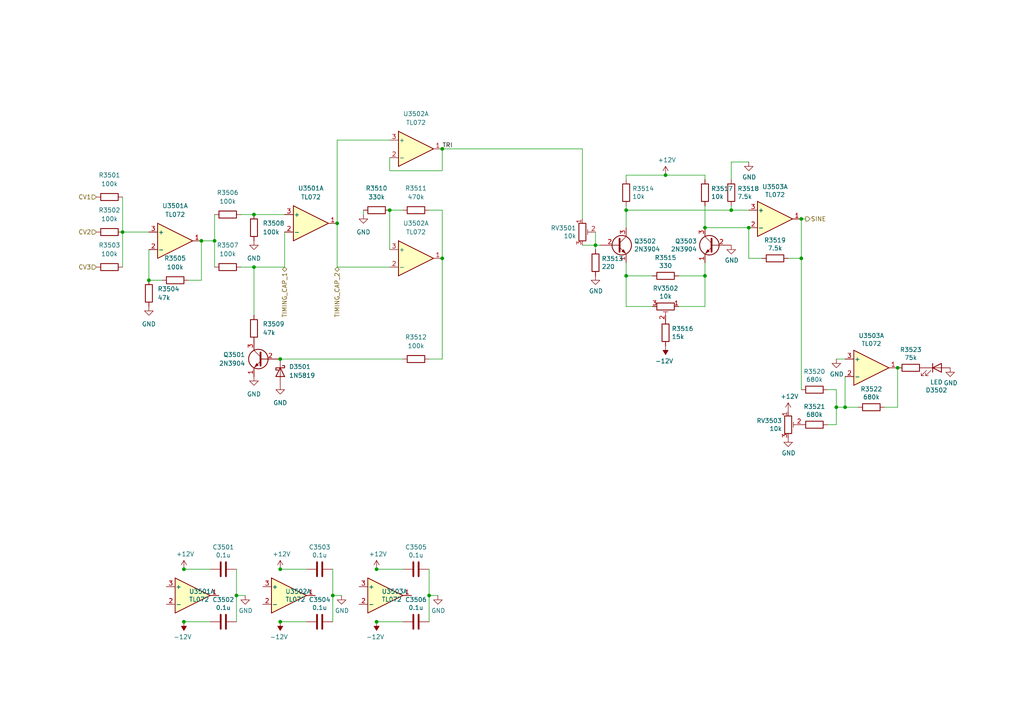
<source format=kicad_sch>
(kicad_sch (version 20211123) (generator eeschema)
  (paper "A4")
  (title_block (title "Drum Machine (VCO)") (date "2022-01-01") (rev "1.0"))
  (lib_symbols
    (symbol "Amplifier_Operational:TL072" (pin_names (offset 0.127))
      (property "Reference" "U" (at 0 5.08 0))
      (property "Value" "TL072" (at 0 -5.08 0))
      (symbol "TL072_1_1"
        (polyline (pts (xy -5.08 5.08) (xy 5.08 0) (xy -5.08 -5.08) (xy -5.08 5.08)) (stroke (width 0.254)) (fill (type background)))
        (pin output line (at 7.62 0 180) (length 2.54) (name "~") (number "1"))
        (pin input line (at -7.62 -2.54 0) (length 2.54) (name "-") (number "2"))
        (pin input line (at -7.62 2.54 0) (length 2.54) (name "+") (number "3"))
      )
      (symbol "TL072_2_1"
        (polyline (pts (xy -5.08 5.08) (xy 5.08 0) (xy -5.08 -5.08) (xy -5.08 5.08)) (stroke (width 0.254)) (fill (type background)))
        (pin input line (at -7.62 2.54 0) (length 2.54) (name "+") (number "5"))
        (pin input line (at -7.62 -2.54 0) (length 2.54) (name "-") (number "6"))
        (pin output line (at 7.62 0 180) (length 2.54) (name "~") (number "7"))
      )
      (symbol "TL072_3_1"
        (pin power_in line (at -2.54 -7.62 90) (length 3.81) (name "V-") (number "4"))
        (pin power_in line (at -2.54 7.62 270) (length 3.81) (name "V+") (number "8"))
      )
    )
    (symbol "Device:C" (pin_numbers hide) (pin_names (offset 0.254))
      (property "Reference" "C" (at 0.635 2.54 0))
      (property "Value" "C" (at 0.635 -2.54 0))
      (symbol "C_0_1"
        (polyline (pts (xy -2.032 -0.762) (xy 2.032 -0.762)) (stroke (width 0.508)))
        (polyline (pts (xy -2.032 0.762) (xy 2.032 0.762)) (stroke (width 0.508)))
      )
      (symbol "C_1_1"
        (pin passive line (at 0 3.81 270) (length 2.794) (name "~") (number "1"))
        (pin passive line (at 0 -3.81 90) (length 2.794) (name "~") (number "2"))
      )
    )
    (symbol "Device:LED" (pin_numbers hide) (pin_names (offset 1.016) hide)
      (property "Reference" "D" (at 0 2.54 0))
      (property "Value" "LED" (at 0 -2.54 0))
      (symbol "LED_0_1"
        (polyline (pts (xy -1.27 -1.27) (xy -1.27 1.27)) (stroke (width 0.254)))
        (polyline (pts (xy -1.27 0) (xy 1.27 0)))
        (polyline (pts (xy 1.27 -1.27) (xy 1.27 1.27) (xy -1.27 0) (xy 1.27 -1.27)) (stroke (width 0.254)))
        (polyline (pts (xy -3.048 -0.762) (xy -4.572 -2.286) (xy -3.81 -2.286) (xy -4.572 -2.286) (xy -4.572 -1.524)))
        (polyline (pts (xy -1.778 -0.762) (xy -3.302 -2.286) (xy -2.54 -2.286) (xy -3.302 -2.286) (xy -3.302 -1.524)))
      )
      (symbol "LED_1_1"
        (pin passive line (at -3.81 0 0) (length 2.54) (name "K") (number "1"))
        (pin passive line (at 3.81 0 180) (length 2.54) (name "A") (number "2"))
      )
    )
    (symbol "Device:R" (pin_numbers hide) (pin_names (offset 0))
      (property "Reference" "R" (at 2.032 0 90))
      (property "Value" "R" (at 0 0 90))
      (symbol "R_0_1"
        (rectangle (start -1.016 -2.54) (end 1.016 2.54) (stroke (width 0.254)))
      )
      (symbol "R_1_1"
        (pin passive line (at 0 3.81 270) (length 1.27) (name "~") (number "1"))
        (pin passive line (at 0 -3.81 90) (length 1.27) (name "~") (number "2"))
      )
    )
    (symbol "Device:R_Potentiometer_Trim" (pin_names (offset 1.016) hide)
      (property "Reference" "RV" (at -4.445 0 90))
      (property "Value" "R_Potentiometer_Trim" (at -2.54 0 90))
      (symbol "R_Potentiometer_Trim_0_1"
        (polyline (pts (xy 1.524 0.762) (xy 1.524 -0.762)))
        (polyline (pts (xy 2.54 0) (xy 1.524 0)))
        (rectangle (start 1.016 2.54) (end -1.016 -2.54) (stroke (width 0.254)))
      )
      (symbol "R_Potentiometer_Trim_1_1"
        (pin passive line (at 0 3.81 270) (length 1.27) (name "1") (number "1"))
        (pin passive line (at 3.81 0 180) (length 1.27) (name "2") (number "2"))
        (pin passive line (at 0 -3.81 90) (length 1.27) (name "3") (number "3"))
      )
    )
    (symbol "Diode:1N5819" (pin_numbers hide) (pin_names (offset 1.016) hide)
      (property "Reference" "D" (at 0 2.54 0))
      (property "Value" "1N5819" (at 0 -2.54 0))
      (symbol "1N5819_0_1"
        (polyline (pts (xy 1.27 0) (xy -1.27 0)))
        (polyline (pts (xy 1.27 1.27) (xy 1.27 -1.27) (xy -1.27 0) (xy 1.27 1.27)) (stroke (width 0.254)))
        (polyline (pts (xy -1.905 0.635) (xy -1.905 1.27) (xy -1.27 1.27) (xy -1.27 -1.27) (xy -0.635 -1.27) (xy -0.635 -0.635)) (stroke (width 0.254)))
      )
      (symbol "1N5819_1_1"
        (pin passive line (at -3.81 0 0) (length 2.54) (name "K") (number "1"))
        (pin passive line (at 3.81 0 180) (length 2.54) (name "A") (number "2"))
      )
    )
    (symbol "Transistor_BJT:2N3904" (pin_names (offset 0) hide)
      (property "Reference" "Q" (at 5.08 1.905 0))
      (property "Value" "2N3904" (at 5.08 0 0))
      (symbol "2N3904_0_1"
        (polyline (pts (xy 0.635 0.635) (xy 2.54 2.54)))
        (polyline (pts (xy 0.635 -0.635) (xy 2.54 -2.54) (xy 2.54 -2.54)))
        (polyline (pts (xy 0.635 1.905) (xy 0.635 -1.905) (xy 0.635 -1.905)) (stroke (width 0.508)))
        (polyline (pts (xy 1.27 -1.778) (xy 1.778 -1.27) (xy 2.286 -2.286) (xy 1.27 -1.778) (xy 1.27 -1.778)) (fill (type outline)))
        (circle (center 1.27 0) (radius 2.8194) (stroke (width 0.254)))
      )
      (symbol "2N3904_1_1"
        (pin passive line (at 2.54 -5.08 90) (length 2.54) (name "E") (number "1"))
        (pin passive line (at -5.08 0 0) (length 5.715) (name "B") (number "2"))
        (pin passive line (at 2.54 5.08 270) (length 2.54) (name "C") (number "3"))
      )
    )
    (symbol "power:+12V" (power) (pin_names (offset 0))
      (property "Value" "+12V" (at 0 3.556 0))
      (symbol "+12V_0_1"
        (polyline (pts (xy -0.762 1.27) (xy 0 2.54)))
        (polyline (pts (xy 0 0) (xy 0 2.54)))
        (polyline (pts (xy 0 2.54) (xy 0.762 1.27)))
      )
      (symbol "+12V_1_1"
        (pin power_in line (at 0 0 90) (length 0) hide (name "+12V") (number "1"))
      )
    )
    (symbol "power:-12V" (power) (pin_names (offset 0))
      (property "Value" "-12V" (at 0 3.81 0))
      (symbol "-12V_0_0"
        (pin power_in line (at 0 0 90) (length 0) hide (name "-12V") (number "1"))
      )
      (symbol "-12V_0_1"
        (polyline (pts (xy 0 0) (xy 0 1.27) (xy 0.762 1.27) (xy 0 2.54) (xy -0.762 1.27) (xy 0 1.27)) (fill (type outline)))
      )
    )
    (symbol "power:GND" (power) (pin_names (offset 0))
      (property "Value" "GND" (at 0 -3.81 0))
      (symbol "GND_0_1"
        (polyline (pts (xy 0 0) (xy 0 -1.27) (xy 1.27 -1.27) (xy 0 -2.54) (xy -1.27 -1.27) (xy 0 -1.27)))
      )
      (symbol "GND_1_1"
        (pin power_in line (at 0 0 270) (length 0) hide (name "GND") (number "1"))
      )
    )
  )
  (junction (at 81.28 165.1))
  (junction (at 35.56 67.31))
  (junction (at 43.18 81.28))
  (junction (at 217.17 66.04))
  (junction (at 109.22 180.34))
  (junction (at 113.03 60.96))
  (junction (at 181.61 60.96))
  (junction (at 81.28 104.14))
  (junction (at 212.09 60.96))
  (junction (at 193.04 50.8))
  (junction (at 96.52 172.72))
  (junction (at 73.66 77.47))
  (junction (at 204.47 80.01))
  (junction (at 245.11 118.11))
  (junction (at 242.57 118.11))
  (junction (at 68.58 172.72))
  (junction (at 109.22 165.1))
  (junction (at 97.79 64.77))
  (junction (at 73.66 62.23))
  (junction (at 204.47 66.04))
  (junction (at 128.27 43.18))
  (junction (at 124.46 172.72))
  (junction (at 81.28 180.34))
  (junction (at 172.72 71.12))
  (junction (at 62.23 69.85))
  (junction (at 128.27 74.93))
  (junction (at 53.34 180.34))
  (junction (at 181.61 80.01))
  (junction (at 232.41 74.93))
  (junction (at 260.35 106.68))
  (junction (at 58.42 69.85))
  (junction (at 53.34 165.1))
  (junction (at 232.41 63.5))
  (wire (pts (xy 181.61 76.2) (xy 181.61 80.01)))
  (wire (pts (xy 113.03 45.72) (xy 113.03 49.53)))
  (wire (pts (xy 124.46 60.96) (xy 128.27 60.96)))
  (wire (pts (xy 82.55 67.31) (xy 82.55 77.47)))
  (wire (pts (xy 181.61 52.07) (xy 181.61 50.8)))
  (wire (pts (xy 62.23 62.23) (xy 62.23 69.85)))
  (wire (pts (xy 124.46 172.72) (xy 127 172.72)))
  (wire (pts (xy 168.91 71.12) (xy 172.72 71.12)))
  (wire (pts (xy 35.56 67.31) (xy 43.18 67.31)))
  (wire (pts (xy 116.84 165.1) (xy 109.22 165.1)))
  (wire (pts (xy 53.34 180.34) (xy 60.96 180.34)))
  (wire (pts (xy 128.27 49.53) (xy 128.27 43.18)))
  (wire (pts (xy 181.61 80.01) (xy 189.23 80.01)))
  (wire (pts (xy 245.11 109.22) (xy 245.11 118.11)))
  (wire (pts (xy 124.46 165.1) (xy 124.46 172.72)))
  (wire (pts (xy 212.09 59.69) (xy 212.09 60.96)))
  (wire (pts (xy 113.03 40.64) (xy 97.79 40.64)))
  (wire (pts (xy 168.91 43.18) (xy 168.91 63.5)))
  (wire (pts (xy 217.17 46.99) (xy 212.09 46.99)))
  (wire (pts (xy 68.58 165.1) (xy 68.58 172.72)))
  (wire (pts (xy 124.46 172.72) (xy 124.46 180.34)))
  (wire (pts (xy 204.47 88.9) (xy 204.47 80.01)))
  (wire (pts (xy 69.85 62.23) (xy 73.66 62.23)))
  (wire (pts (xy 97.79 77.47) (xy 97.79 64.77)))
  (wire (pts (xy 88.9 165.1) (xy 81.28 165.1)))
  (wire (pts (xy 35.56 67.31) (xy 35.56 77.47)))
  (wire (pts (xy 196.85 88.9) (xy 204.47 88.9)))
  (wire (pts (xy 181.61 80.01) (xy 181.61 88.9)))
  (wire (pts (xy 240.03 113.03) (xy 242.57 113.03)))
  (wire (pts (xy 73.66 77.47) (xy 73.66 91.44)))
  (wire (pts (xy 242.57 104.14) (xy 245.11 104.14)))
  (wire (pts (xy 128.27 74.93) (xy 128.27 104.14)))
  (wire (pts (xy 96.52 172.72) (xy 99.06 172.72)))
  (wire (pts (xy 172.72 67.31) (xy 172.72 71.12)))
  (wire (pts (xy 204.47 80.01) (xy 204.47 76.2)))
  (wire (pts (xy 68.58 172.72) (xy 68.58 180.34)))
  (wire (pts (xy 172.72 72.39) (xy 172.72 71.12)))
  (wire (pts (xy 172.72 71.12) (xy 173.99 71.12)))
  (wire (pts (xy 217.17 66.04) (xy 217.17 74.93)))
  (wire (pts (xy 128.27 60.96) (xy 128.27 74.93)))
  (wire (pts (xy 69.85 77.47) (xy 73.66 77.47)))
  (wire (pts (xy 196.85 80.01) (xy 204.47 80.01)))
  (wire (pts (xy 181.61 88.9) (xy 189.23 88.9)))
  (wire (pts (xy 73.66 62.23) (xy 82.55 62.23)))
  (wire (pts (xy 228.6 74.93) (xy 232.41 74.93)))
  (wire (pts (xy 73.66 77.47) (xy 82.55 77.47)))
  (wire (pts (xy 256.54 118.11) (xy 260.35 118.11)))
  (wire (pts (xy 97.79 77.47) (xy 113.03 77.47)))
  (wire (pts (xy 35.56 57.15) (xy 35.56 67.31)))
  (wire (pts (xy 242.57 118.11) (xy 242.57 123.19)))
  (wire (pts (xy 109.22 180.34) (xy 116.84 180.34)))
  (wire (pts (xy 242.57 113.03) (xy 242.57 118.11)))
  (wire (pts (xy 43.18 81.28) (xy 43.18 72.39)))
  (wire (pts (xy 128.27 43.18) (xy 168.91 43.18)))
  (wire (pts (xy 181.61 60.96) (xy 181.61 66.04)))
  (wire (pts (xy 193.04 50.8) (xy 204.47 50.8)))
  (wire (pts (xy 81.28 180.34) (xy 88.9 180.34)))
  (wire (pts (xy 260.35 118.11) (xy 260.35 106.68)))
  (wire (pts (xy 124.46 104.14) (xy 128.27 104.14)))
  (wire (pts (xy 113.03 49.53) (xy 128.27 49.53)))
  (wire (pts (xy 181.61 59.69) (xy 181.61 60.96)))
  (wire (pts (xy 58.42 81.28) (xy 58.42 69.85)))
  (wire (pts (xy 232.41 74.93) (xy 232.41 63.5)))
  (wire (pts (xy 232.41 74.93) (xy 232.41 113.03)))
  (wire (pts (xy 204.47 50.8) (xy 204.47 52.07)))
  (wire (pts (xy 232.41 63.5) (xy 233.68 63.5)))
  (wire (pts (xy 245.11 118.11) (xy 248.92 118.11)))
  (wire (pts (xy 181.61 60.96) (xy 212.09 60.96)))
  (wire (pts (xy 96.52 172.72) (xy 96.52 180.34)))
  (wire (pts (xy 212.09 46.99) (xy 212.09 52.07)))
  (wire (pts (xy 97.79 40.64) (xy 97.79 64.77)))
  (wire (pts (xy 217.17 74.93) (xy 220.98 74.93)))
  (wire (pts (xy 242.57 118.11) (xy 245.11 118.11)))
  (wire (pts (xy 96.52 165.1) (xy 96.52 172.72)))
  (wire (pts (xy 212.09 60.96) (xy 217.17 60.96)))
  (wire (pts (xy 113.03 72.39) (xy 113.03 60.96)))
  (wire (pts (xy 181.61 50.8) (xy 193.04 50.8)))
  (wire (pts (xy 54.61 81.28) (xy 58.42 81.28)))
  (wire (pts (xy 204.47 59.69) (xy 204.47 66.04)))
  (wire (pts (xy 46.99 81.28) (xy 43.18 81.28)))
  (wire (pts (xy 113.03 60.96) (xy 116.84 60.96)))
  (wire (pts (xy 242.57 123.19) (xy 240.03 123.19)))
  (wire (pts (xy 58.42 69.85) (xy 62.23 69.85)))
  (wire (pts (xy 62.23 69.85) (xy 62.23 77.47)))
  (wire (pts (xy 60.96 165.1) (xy 53.34 165.1)))
  (wire (pts (xy 204.47 66.04) (xy 217.17 66.04)))
  (wire (pts (xy 68.58 172.72) (xy 71.12 172.72)))
  (wire (pts (xy 81.28 104.14) (xy 116.84 104.14)))
  (wire (pts (xy 105.41 60.96) (xy 105.41 62.23)))
  (label "TRI" (at 128.27 43.18 0))
  (hierarchical_label "SINE" (shape output) (at 233.68 63.5 0))
  (hierarchical_label "TIMING_CAP_2" (shape bidirectional) (at 97.79 77.47 270))
  (hierarchical_label "CV3" (shape input) (at 27.94 77.47 180))
  (hierarchical_label "CV2" (shape input) (at 27.94 67.31 180))
  (hierarchical_label "CV1" (shape input) (at 27.94 57.15 180))
  (hierarchical_label "TIMING_CAP_1" (shape bidirectional) (at 82.55 77.47 270))
  (symbol (lib_id "power:+12V") (at 228.6 119.38 0)
    (property "Reference" "#PWR03520" (effects hide))
    (property "Value" "+12V" (at 228.981 114.9858 0))
  )
  (symbol (lib_id "Device:R") (at 31.75 67.31 90)
    (property "Reference" "R3502" (at 31.75 60.96 90))
    (property "Value" "100k" (at 31.75 63.5 90))
    (property "Footprint" "Resistor_THT:R_Axial_DIN0207_L6.3mm_D2.5mm_P7.62mm_Horizontal" (effects hide))
  )
  (symbol (lib_id "Device:R") (at 66.04 77.47 90)
    (property "Reference" "R3507" (at 66.04 71.12 90))
    (property "Value" "100k" (at 66.04 73.66 90))
    (property "Footprint" "Resistor_THT:R_Axial_DIN0207_L6.3mm_D2.5mm_P7.62mm_Horizontal" (effects hide))
  )
  (symbol (lib_id "Device:R") (at 204.47 55.88 0)
    (property "Reference" "R3517" (at 206.248 54.7116 0) (effects (justify left)))
    (property "Value" "10k" (at 206.248 57.023 0) (effects (justify left)))
    (property "Footprint" "Resistor_THT:R_Axial_DIN0207_L6.3mm_D2.5mm_P7.62mm_Horizontal" (effects hide))
  )
  (symbol (lib_id "Device:LED") (at 271.78 106.68 0)
    (property "Reference" "D3502" (at 271.6022 113.157 0))
    (property "Value" "LED" (at 271.6022 110.8456 0))
    (property "Footprint" "LED_THT:LED_D5.0mm" (effects hide))
  )
  (symbol (lib_id "Amplifier_Operational:TL072") (at 111.76 172.72 0)
    (property "Reference" "U3503" (at 110.6932 171.5516 0) (effects (justify left)))
    (property "Value" "TL072" (at 110.6932 173.863 0) (effects (justify left)))
    (property "Footprint" "Package_DIP:DIP-8_W7.62mm_Socket" (effects hide))
    (property "Datasheet" "http://www.ti.com/lit/ds/symlink/tl071.pdf" (effects hide))
  )
  (symbol (lib_id "Device:R") (at 120.65 60.96 90)
    (property "Reference" "R3511" (at 120.65 54.61 90))
    (property "Value" "470k" (at 120.65 57.15 90))
    (property "Footprint" "Resistor_THT:R_Axial_DIN0207_L6.3mm_D2.5mm_P7.62mm_Horizontal" (effects hide))
  )
  (symbol (lib_id "Device:R") (at 193.04 96.52 0)
    (property "Reference" "R3516" (at 194.818 95.3516 0) (effects (justify left)))
    (property "Value" "15k" (at 194.818 97.663 0) (effects (justify left)))
    (property "Footprint" "Resistor_THT:R_Axial_DIN0207_L6.3mm_D2.5mm_P7.62mm_Horizontal" (effects hide))
  )
  (symbol (lib_id "power:-12V") (at 193.04 100.33 180)
    (property "Reference" "#PWR03517" (effects hide))
    (property "Value" "-12V" (at 192.659 104.7242 0))
  )
  (symbol (lib_id "power:+12V") (at 53.34 165.1 0)
    (property "Reference" "#PWR03502" (effects hide))
    (property "Value" "+12V" (at 53.721 160.7058 0))
  )
  (symbol (lib_id "Device:R") (at 73.66 66.04 0)
    (property "Reference" "R3508" (at 76.2 64.7699 0) (effects (justify left)))
    (property "Value" "100k" (at 76.2 67.3099 0) (effects (justify left)))
    (property "Footprint" "Resistor_THT:R_Axial_DIN0207_L6.3mm_D2.5mm_P7.62mm_Horizontal" (effects hide))
  )
  (symbol (lib_id "Device:C") (at 120.65 180.34 90)
    (property "Reference" "C3506" (at 120.65 173.9392 90))
    (property "Value" "0.1u" (at 120.65 176.2506 90))
    (property "Footprint" "Capacitor_THT:C_Disc_D5.0mm_W2.5mm_P5.00mm" (effects hide))
  )
  (symbol (lib_id "Amplifier_Operational:TL072") (at 252.73 106.68 0)
    (property "Reference" "U3503" (at 252.73 97.3582 0))
    (property "Value" "TL072" (at 252.73 99.6696 0))
    (property "Footprint" "Package_DIP:DIP-8_W7.62mm_Socket" (effects hide))
    (property "Datasheet" "http://www.ti.com/lit/ds/symlink/tl071.pdf" (effects hide))
  )
  (symbol (lib_id "power:GND") (at 43.18 88.9 0)
    (property "Reference" "#PWR03501" (effects hide))
    (property "Value" "GND" (at 43.18 93.98 0))
  )
  (symbol (lib_id "Device:R") (at 73.66 95.25 0)
    (property "Reference" "R3509" (at 76.2 93.9799 0) (effects (justify left)))
    (property "Value" "47k" (at 76.2 96.5199 0) (effects (justify left)))
    (property "Footprint" "Resistor_THT:R_Axial_DIN0207_L6.3mm_D2.5mm_P7.62mm_Horizontal" (effects hide))
  )
  (symbol (lib_id "Amplifier_Operational:TL072") (at 90.17 64.77 0)
    (property "Reference" "U3501" (at 90.17 54.61 0))
    (property "Value" "TL072" (at 90.17 57.15 0))
    (property "Footprint" "Package_DIP:DIP-8_W7.62mm_Socket" (effects hide))
    (property "Datasheet" "http://www.ti.com/lit/ds/symlink/tl071.pdf" (effects hide))
  )
  (symbol (lib_id "power:GND") (at 228.6 127 0)
    (property "Reference" "#PWR03521" (effects hide))
    (property "Value" "GND" (at 228.727 131.3942 0))
  )
  (symbol (lib_id "Amplifier_Operational:TL072") (at 120.65 74.93 0)
    (property "Reference" "U3502" (at 120.65 64.77 0))
    (property "Value" "TL072" (at 120.65 67.31 0))
    (property "Footprint" "Package_DIP:DIP-8_W7.62mm_Socket" (effects hide))
    (property "Datasheet" "http://www.ti.com/lit/ds/symlink/tl071.pdf" (effects hide))
  )
  (symbol (lib_id "Transistor_BJT:2N3904") (at 207.01 71.12 0) (mirror y)
    (property "Reference" "Q3503" (at 202.1586 69.9516 0) (effects (justify left)))
    (property "Value" "2N3904" (at 202.1586 72.263 0) (effects (justify left)))
    (property "Footprint" "Package_TO_SOT_THT:TO-92_HandSolder" (effects hide))
    (property "Datasheet" "https://www.onsemi.com/pub/Collateral/2N3903-D.PDF" (effects hide))
  )
  (symbol (lib_id "power:-12V") (at 81.28 180.34 180)
    (property "Reference" "#PWR03509" (effects hide))
    (property "Value" "-12V" (at 80.899 184.7342 0))
  )
  (symbol (lib_id "Device:R") (at 236.22 113.03 270)
    (property "Reference" "R3520" (at 236.22 107.7722 90))
    (property "Value" "680k" (at 236.22 110.0836 90))
    (property "Footprint" "Resistor_THT:R_Axial_DIN0207_L6.3mm_D2.5mm_P7.62mm_Horizontal" (effects hide))
  )
  (symbol (lib_id "Device:R") (at 224.79 74.93 90)
    (property "Reference" "R3519" (at 224.79 69.6722 90))
    (property "Value" "7.5k" (at 224.79 71.9836 90))
    (property "Footprint" "Resistor_THT:R_Axial_DIN0207_L6.3mm_D2.5mm_P7.62mm_Horizontal" (effects hide))
  )
  (symbol (lib_id "Device:R") (at 264.16 106.68 270)
    (property "Reference" "R3523" (at 264.16 101.4222 90))
    (property "Value" "75k" (at 264.16 103.7336 90))
    (property "Footprint" "Resistor_THT:R_Axial_DIN0207_L6.3mm_D2.5mm_P7.62mm_Horizontal" (effects hide))
  )
  (symbol (lib_id "power:+12V") (at 81.28 165.1 0)
    (property "Reference" "#PWR03508" (effects hide))
    (property "Value" "+12V" (at 81.661 160.7058 0))
  )
  (symbol (lib_id "Device:R") (at 43.18 85.09 0)
    (property "Reference" "R3504" (at 45.72 83.8199 0) (effects (justify left)))
    (property "Value" "47k" (at 45.72 86.3599 0) (effects (justify left)))
    (property "Footprint" "Resistor_THT:R_Axial_DIN0207_L6.3mm_D2.5mm_P7.62mm_Horizontal" (effects hide))
  )
  (symbol (lib_id "Device:R_Potentiometer_Trim") (at 193.04 88.9 270)
    (property "Reference" "RV3502" (at 193.04 83.6422 90))
    (property "Value" "10k" (at 193.04 85.9536 90))
    (property "Footprint" "Custom:Potentiometer_Runtron_RM-065_Vertical_Improved" (effects hide))
  )
  (symbol (lib_id "Device:R") (at 66.04 62.23 90)
    (property "Reference" "R3506" (at 66.04 55.88 90))
    (property "Value" "100k" (at 66.04 58.42 90))
    (property "Footprint" "Resistor_THT:R_Axial_DIN0207_L6.3mm_D2.5mm_P7.62mm_Horizontal" (effects hide))
  )
  (symbol (lib_id "Amplifier_Operational:TL072") (at 50.8 69.85 0)
    (property "Reference" "U3501" (at 50.8 59.69 0))
    (property "Value" "TL072" (at 50.8 62.23 0))
    (property "Footprint" "Package_DIP:DIP-8_W7.62mm_Socket" (effects hide))
    (property "Datasheet" "http://www.ti.com/lit/ds/symlink/tl071.pdf" (effects hide))
  )
  (symbol (lib_id "Device:R_Potentiometer_Trim") (at 228.6 123.19 0)
    (property "Reference" "RV3503" (at 226.822 122.0216 0) (effects (justify right)))
    (property "Value" "10k" (at 226.822 124.333 0) (effects (justify right)))
    (property "Footprint" "Custom:Potentiometer_Runtron_RM-065_Vertical_Improved" (effects hide))
  )
  (symbol (lib_id "power:GND") (at 73.66 69.85 0)
    (property "Reference" "#PWR03505" (effects hide))
    (property "Value" "GND" (at 73.66 74.93 0))
  )
  (symbol (lib_id "Amplifier_Operational:TL072") (at 55.88 172.72 0)
    (property "Reference" "U3501" (at 54.8132 171.5516 0) (effects (justify left)))
    (property "Value" "TL072" (at 54.8132 173.863 0) (effects (justify left)))
    (property "Footprint" "Package_DIP:DIP-8_W7.62mm_Socket" (effects hide))
    (property "Datasheet" "http://www.ti.com/lit/ds/symlink/tl071.pdf" (effects hide))
  )
  (symbol (lib_id "Device:R") (at 193.04 80.01 90)
    (property "Reference" "R3515" (at 193.04 74.7522 90))
    (property "Value" "330" (at 193.04 77.0636 90))
    (property "Footprint" "Resistor_THT:R_Axial_DIN0207_L6.3mm_D2.5mm_P7.62mm_Horizontal" (effects hide))
  )
  (symbol (lib_id "Device:R") (at 31.75 77.47 90)
    (property "Reference" "R3503" (at 31.75 71.12 90))
    (property "Value" "100k" (at 31.75 73.66 90))
    (property "Footprint" "Resistor_THT:R_Axial_DIN0207_L6.3mm_D2.5mm_P7.62mm_Horizontal" (effects hide))
  )
  (symbol (lib_id "power:+12V") (at 193.04 50.8 0)
    (property "Reference" "#PWR03516" (effects hide))
    (property "Value" "+12V" (at 193.421 46.4058 0))
  )
  (symbol (lib_id "Device:C") (at 64.77 180.34 90)
    (property "Reference" "C3502" (at 64.77 173.9392 90))
    (property "Value" "0.1u" (at 64.77 176.2506 90))
    (property "Footprint" "Capacitor_THT:C_Disc_D5.0mm_W2.5mm_P5.00mm" (effects hide))
  )
  (symbol (lib_id "Device:R") (at 181.61 55.88 0)
    (property "Reference" "R3514" (at 183.388 54.7116 0) (effects (justify left)))
    (property "Value" "10k" (at 183.388 57.023 0) (effects (justify left)))
    (property "Footprint" "Resistor_THT:R_Axial_DIN0207_L6.3mm_D2.5mm_P7.62mm_Horizontal" (effects hide))
  )
  (symbol (lib_id "Device:R") (at 50.8 81.28 90)
    (property "Reference" "R3505" (at 50.8 74.93 90))
    (property "Value" "100k" (at 50.8 77.47 90))
    (property "Footprint" "Resistor_THT:R_Axial_DIN0207_L6.3mm_D2.5mm_P7.62mm_Horizontal" (effects hide))
  )
  (symbol (lib_id "power:GND") (at 127 172.72 0)
    (property "Reference" "#PWR03514" (effects hide))
    (property "Value" "GND" (at 127.127 177.1142 0))
  )
  (symbol (lib_id "Device:R") (at 109.22 60.96 90)
    (property "Reference" "R3510" (at 109.22 54.61 90))
    (property "Value" "330k" (at 109.22 57.15 90))
    (property "Footprint" "Resistor_THT:R_Axial_DIN0207_L6.3mm_D2.5mm_P7.62mm_Horizontal" (effects hide))
  )
  (symbol (lib_id "power:GND") (at 275.59 106.68 0)
    (property "Reference" "#PWR03523" (effects hide))
    (property "Value" "GND" (at 275.717 111.0742 0))
  )
  (symbol (lib_id "Device:R") (at 120.65 104.14 90)
    (property "Reference" "R3512" (at 120.65 97.79 90))
    (property "Value" "100k" (at 120.65 100.33 90))
    (property "Footprint" "Resistor_THT:R_Axial_DIN0207_L6.3mm_D2.5mm_P7.62mm_Horizontal" (effects hide))
  )
  (symbol (lib_id "power:GND") (at 81.28 111.76 0)
    (property "Reference" "#PWR03507" (effects hide))
    (property "Value" "GND" (at 81.28 116.84 0))
  )
  (symbol (lib_id "power:GND") (at 172.72 80.01 0)
    (property "Reference" "#PWR03515" (effects hide))
    (property "Value" "GND" (at 172.847 84.4042 0))
  )
  (symbol (lib_id "power:GND") (at 242.57 104.14 0)
    (property "Reference" "#PWR03522" (effects hide))
    (property "Value" "GND" (at 242.697 108.5342 0))
  )
  (symbol (lib_id "Device:C") (at 120.65 165.1 90)
    (property "Reference" "C3505" (at 120.65 158.6992 90))
    (property "Value" "0.1u" (at 120.65 161.0106 90))
    (property "Footprint" "Capacitor_THT:C_Disc_D5.0mm_W2.5mm_P5.00mm" (effects hide))
  )
  (symbol (lib_id "power:GND") (at 73.66 109.22 0)
    (property "Reference" "#PWR03506" (effects hide))
    (property "Value" "GND" (at 73.66 114.3 0))
  )
  (symbol (lib_id "Amplifier_Operational:TL072") (at 83.82 172.72 0)
    (property "Reference" "U3502" (at 82.7532 171.5516 0) (effects (justify left)))
    (property "Value" "TL072" (at 82.7532 173.863 0) (effects (justify left)))
    (property "Footprint" "Package_DIP:DIP-8_W7.62mm_Socket" (effects hide))
    (property "Datasheet" "http://www.ti.com/lit/ds/symlink/tl071.pdf" (effects hide))
  )
  (symbol (lib_id "power:+12V") (at 109.22 165.1 0)
    (property "Reference" "#PWR03512" (effects hide))
    (property "Value" "+12V" (at 109.601 160.7058 0))
  )
  (symbol (lib_id "Transistor_BJT:2N3904") (at 76.2 104.14 0) (mirror y)
    (property "Reference" "Q3501" (at 71.12 102.8699 0) (effects (justify left)))
    (property "Value" "2N3904" (at 71.12 105.4099 0) (effects (justify left)))
    (property "Footprint" "Package_TO_SOT_THT:TO-92_HandSolder" (effects hide))
    (property "Datasheet" "https://www.onsemi.com/pub/Collateral/2N3903-D.PDF" (effects hide))
  )
  (symbol (lib_id "Device:C") (at 64.77 165.1 90)
    (property "Reference" "C3501" (at 64.77 158.6992 90))
    (property "Value" "0.1u" (at 64.77 161.0106 90))
    (property "Footprint" "Capacitor_THT:C_Disc_D5.0mm_W2.5mm_P5.00mm" (effects hide))
  )
  (symbol (lib_id "Device:R") (at 236.22 123.19 270)
    (property "Reference" "R3521" (at 236.22 117.9322 90))
    (property "Value" "680k" (at 236.22 120.2436 90))
    (property "Footprint" "Resistor_THT:R_Axial_DIN0207_L6.3mm_D2.5mm_P7.62mm_Horizontal" (effects hide))
  )
  (symbol (lib_id "Device:R") (at 212.09 55.88 0)
    (property "Reference" "R3518" (at 213.868 54.7116 0) (effects (justify left)))
    (property "Value" "7.5k" (at 213.868 57.023 0) (effects (justify left)))
    (property "Footprint" "Resistor_THT:R_Axial_DIN0207_L6.3mm_D2.5mm_P7.62mm_Horizontal" (effects hide))
  )
  (symbol (lib_id "Amplifier_Operational:TL072") (at 120.65 43.18 0)
    (property "Reference" "U3502" (at 120.65 33.02 0))
    (property "Value" "TL072" (at 120.65 35.56 0))
    (property "Footprint" "Package_DIP:DIP-8_W7.62mm_Socket" (effects hide))
    (property "Datasheet" "http://www.ti.com/lit/ds/symlink/tl071.pdf" (effects hide))
  )
  (symbol (lib_id "power:GND") (at 105.41 62.23 0)
    (property "Reference" "#PWR03511" (effects hide))
    (property "Value" "GND" (at 105.41 67.31 0))
  )
  (symbol (lib_id "power:GND") (at 212.09 71.12 0)
    (property "Reference" "#PWR03518" (effects hide))
    (property "Value" "GND" (at 212.217 75.5142 0))
  )
  (symbol (lib_id "Diode:1N5819") (at 81.28 107.95 270)
    (property "Reference" "D3501" (at 83.82 106.3624 90) (effects (justify left)))
    (property "Value" "1N5819" (at 83.82 108.9024 90) (effects (justify left)))
    (property "Footprint" "Diode_THT:D_DO-41_SOD81_P10.16mm_Horizontal" (effects hide))
    (property "Datasheet" "http://www.vishay.com/docs/88525/1n5817.pdf" (effects hide))
  )
  (symbol (lib_id "Transistor_BJT:2N3904") (at 179.07 71.12 0)
    (property "Reference" "Q3502" (at 183.896 69.9516 0) (effects (justify left)))
    (property "Value" "2N3904" (at 183.896 72.263 0) (effects (justify left)))
    (property "Footprint" "Package_TO_SOT_THT:TO-92_HandSolder" (effects hide))
    (property "Datasheet" "https://www.onsemi.com/pub/Collateral/2N3903-D.PDF" (effects hide))
  )
  (symbol (lib_id "Device:R_Potentiometer_Trim") (at 168.91 67.31 0)
    (property "Reference" "RV3501" (at 167.132 66.1416 0) (effects (justify right)))
    (property "Value" "10k" (at 167.132 68.453 0) (effects (justify right)))
    (property "Footprint" "Custom:Potentiometer_Runtron_RM-065_Vertical_Improved" (effects hide))
  )
  (symbol (lib_id "Device:R") (at 172.72 76.2 0)
    (property "Reference" "R3513" (at 174.498 75.0316 0) (effects (justify left)))
    (property "Value" "220" (at 174.498 77.343 0) (effects (justify left)))
    (property "Footprint" "Resistor_THT:R_Axial_DIN0207_L6.3mm_D2.5mm_P7.62mm_Horizontal" (effects hide))
  )
  (symbol (lib_id "Device:R") (at 31.75 57.15 90)
    (property "Reference" "R3501" (at 31.75 50.8 90))
    (property "Value" "100k" (at 31.75 53.34 90))
    (property "Footprint" "Resistor_THT:R_Axial_DIN0207_L6.3mm_D2.5mm_P7.62mm_Horizontal" (effects hide))
  )
  (symbol (lib_id "Device:C") (at 92.71 165.1 90)
    (property "Reference" "C3503" (at 92.71 158.6992 90))
    (property "Value" "0.1u" (at 92.71 161.0106 90))
    (property "Footprint" "Capacitor_THT:C_Disc_D5.0mm_W2.5mm_P5.00mm" (effects hide))
  )
  (symbol (lib_id "power:GND") (at 71.12 172.72 0)
    (property "Reference" "#PWR03504" (effects hide))
    (property "Value" "GND" (at 71.247 177.1142 0))
  )
  (symbol (lib_id "power:-12V") (at 53.34 180.34 180)
    (property "Reference" "#PWR03503" (effects hide))
    (property "Value" "-12V" (at 52.959 184.7342 0))
  )
  (symbol (lib_id "Amplifier_Operational:TL072") (at 224.79 63.5 0)
    (property "Reference" "U3503" (at 224.79 54.1782 0))
    (property "Value" "TL072" (at 224.79 56.4896 0))
    (property "Footprint" "Package_DIP:DIP-8_W7.62mm_Socket" (effects hide))
    (property "Datasheet" "http://www.ti.com/lit/ds/symlink/tl071.pdf" (effects hide))
  )
  (symbol (lib_id "Device:C") (at 92.71 180.34 90)
    (property "Reference" "C3504" (at 92.71 173.9392 90))
    (property "Value" "0.1u" (at 92.71 176.2506 90))
    (property "Footprint" "Capacitor_THT:C_Disc_D5.0mm_W2.5mm_P5.00mm" (effects hide))
  )
  (symbol (lib_id "power:GND") (at 99.06 172.72 0)
    (property "Reference" "#PWR03510" (effects hide))
    (property "Value" "GND" (at 99.187 177.1142 0))
  )
  (symbol (lib_id "Device:R") (at 252.73 118.11 270)
    (property "Reference" "R3522" (at 252.73 112.8522 90))
    (property "Value" "680k" (at 252.73 115.1636 90))
    (property "Footprint" "Resistor_THT:R_Axial_DIN0207_L6.3mm_D2.5mm_P7.62mm_Horizontal" (effects hide))
  )
  (symbol (lib_id "power:-12V") (at 109.22 180.34 180)
    (property "Reference" "#PWR03513" (effects hide))
    (property "Value" "-12V" (at 108.839 184.7342 0))
  )
  (symbol (lib_id "power:GND") (at 217.17 46.99 0)
    (property "Reference" "#PWR03519" (effects hide))
    (property "Value" "GND" (at 217.297 51.3842 0))
  )
)
</source>
